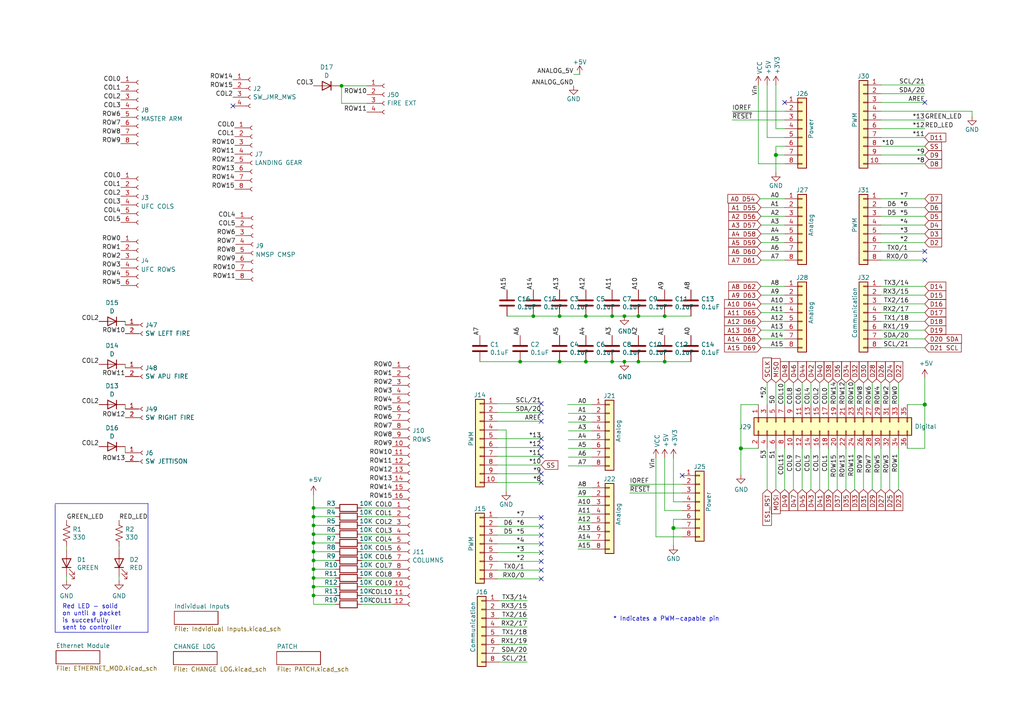
<source format=kicad_sch>
(kicad_sch (version 20231120) (generator "eeschema") (generator_version "8.0")
  (paper "A4")
  (title_block (date "2024-08-18"))
  (junction (at 162.306 91.694))
  (junction (at 214.884 130.048) (diameter 1.016))
  (junction (at 185.166 104.902))
  (junction (at 90.932 147.32))
  (junction (at 225.044 44.958) (diameter 1.016))
  (junction (at 181.102 104.902))
  (junction (at 169.926 91.694))
  (junction (at 90.932 157.48))
  (junction (at 90.932 149.86))
  (junction (at 90.932 172.72))
  (junction (at 90.932 165.1))
  (junction (at 150.876 104.902))
  (junction (at 177.546 104.902))
  (junction (at 90.932 152.4))
  (junction (at 99.06 24.892))
  (junction (at 90.932 167.64))
  (junction (at 181.102 91.694))
  (junction (at 90.932 154.94))
  (junction (at 185.166 91.694))
  (junction (at 169.926 104.902))
  (junction (at 177.546 91.694))
  (junction (at 90.932 160.02))
  (junction (at 192.786 91.694))
  (junction (at 162.306 104.902))
  (junction (at 154.686 91.694))
  (junction (at 90.932 162.56))
  (junction (at 195.326 153.162) (diameter 1.016))
  (junction (at 90.932 170.18))
  (junction (at 192.786 104.902))
  (junction (at 268.224 117.348) (diameter 1.016))
  (no_connect (at 156.972 122.174))
  (no_connect (at 156.972 167.894))
  (no_connect (at 156.972 119.634))
  (no_connect (at 156.972 162.814))
  (no_connect (at 67.564 30.734))
  (no_connect (at 156.972 165.354))
  (no_connect (at 156.972 117.094))
  (no_connect (at 156.972 129.794))
  (no_connect (at 268.224 75.438))
  (no_connect (at 156.972 132.334))
  (no_connect (at 156.972 139.954))
  (no_connect (at 156.972 152.654))
  (no_connect (at 156.972 137.414))
  (no_connect (at 156.972 150.114))
  (no_connect (at 268.224 72.898))
  (no_connect (at 197.866 137.922))
  (no_connect (at 156.972 160.274))
  (no_connect (at 156.972 155.194))
  (no_connect (at 156.972 127.254))
  (no_connect (at 227.584 29.718))
  (no_connect (at 268.224 29.718))
  (no_connect (at 156.972 157.734))
  (wire (pts (xy 99.06 29.972) (xy 99.06 24.892)))
  (wire (pts (xy 255.524 75.438) (xy 268.224 75.438)))
  (wire (pts (xy 104.902 170.18) (xy 113.792 170.18)))
  (wire (pts (xy 220.472 57.658) (xy 227.584 57.658)))
  (polyline (pts (xy 42.926 183.388) (xy 42.926 146.05)))
  (wire (pts (xy 144.272 167.894) (xy 156.972 167.894)))
  (wire (pts (xy 220.726 62.738) (xy 227.584 62.738)))
  (wire (pts (xy 36.322 105.664) (xy 36.322 106.68)))
  (wire (pts (xy 190.246 155.702) (xy 190.246 132.842)))
  (wire (pts (xy 237.744 110.998) (xy 237.744 117.348)))
  (wire (pts (xy 177.546 91.694) (xy 169.926 91.694)))
  (wire (pts (xy 104.902 154.94) (xy 113.792 154.94)))
  (wire (pts (xy 106.426 29.972) (xy 99.06 29.972)))
  (wire (pts (xy 97.282 170.18) (xy 90.932 170.18)))
  (wire (pts (xy 220.726 83.058) (xy 227.584 83.058)))
  (wire (pts (xy 255.524 24.638) (xy 268.224 24.638)))
  (polyline (pts (xy 16.002 146.05) (xy 42.926 146.05)))
  (wire (pts (xy 220.726 100.838) (xy 227.584 100.838)))
  (wire (pts (xy 146.812 124.714) (xy 146.812 142.494)))
  (wire (pts (xy 144.272 160.274) (xy 156.972 160.274)))
  (wire (pts (xy 268.224 117.348) (xy 268.224 130.048)))
  (wire (pts (xy 219.964 117.348) (xy 214.884 117.348)))
  (wire (pts (xy 220.726 90.678) (xy 227.584 90.678)))
  (wire (pts (xy 164.846 130.048) (xy 171.704 130.048)))
  (wire (pts (xy 177.546 104.902) (xy 181.102 104.902)))
  (wire (pts (xy 245.364 110.998) (xy 245.364 117.348)))
  (wire (pts (xy 90.932 170.18) (xy 90.932 172.72)))
  (wire (pts (xy 255.524 88.138) (xy 268.224 88.138)))
  (wire (pts (xy 225.044 42.418) (xy 225.044 44.958)))
  (wire (pts (xy 220.726 75.438) (xy 227.584 75.438)))
  (wire (pts (xy 242.824 130.048) (xy 242.824 141.986)))
  (wire (pts (xy 164.846 135.128) (xy 171.704 135.128)))
  (wire (pts (xy 222.504 130.048) (xy 222.504 141.986)))
  (wire (pts (xy 36.322 129.54) (xy 36.322 131.318)))
  (wire (pts (xy 164.846 122.428) (xy 171.704 122.428)))
  (wire (pts (xy 197.866 155.702) (xy 190.246 155.702)))
  (wire (pts (xy 225.044 110.998) (xy 225.044 117.348)))
  (wire (pts (xy 144.272 132.334) (xy 156.972 132.334)))
  (wire (pts (xy 225.044 44.958) (xy 225.044 50.038)))
  (wire (pts (xy 200.406 104.902) (xy 192.786 104.902)))
  (wire (pts (xy 167.64 154.178) (xy 171.704 154.178)))
  (wire (pts (xy 255.524 130.048) (xy 255.524 141.986)))
  (wire (pts (xy 182.626 140.462) (xy 197.866 140.462)))
  (wire (pts (xy 225.044 37.338) (xy 227.584 37.338)))
  (wire (pts (xy 144.272 137.414) (xy 156.972 137.414)))
  (wire (pts (xy 90.932 167.64) (xy 90.932 170.18)))
  (wire (pts (xy 90.932 147.32) (xy 90.932 149.86)))
  (wire (pts (xy 182.626 143.002) (xy 197.866 143.002)))
  (wire (pts (xy 222.504 39.878) (xy 227.584 39.878)))
  (wire (pts (xy 245.364 130.048) (xy 245.364 141.986)))
  (wire (pts (xy 225.044 130.048) (xy 225.044 141.986)))
  (wire (pts (xy 19.304 158.496) (xy 19.304 159.512)))
  (wire (pts (xy 222.504 24.638) (xy 222.504 39.878)))
  (wire (pts (xy 230.124 130.048) (xy 230.124 141.986)))
  (polyline (pts (xy 16.002 146.304) (xy 16.002 183.388)))
  (wire (pts (xy 252.984 130.048) (xy 252.984 141.986)))
  (wire (pts (xy 220.726 72.898) (xy 227.584 72.898)))
  (wire (pts (xy 144.272 152.654) (xy 156.972 152.654)))
  (wire (pts (xy 169.926 91.694) (xy 162.306 91.694)))
  (wire (pts (xy 255.524 34.798) (xy 268.224 34.798)))
  (wire (pts (xy 220.726 98.298) (xy 227.584 98.298)))
  (wire (pts (xy 225.044 24.638) (xy 225.044 37.338)))
  (wire (pts (xy 220.726 88.138) (xy 227.584 88.138)))
  (wire (pts (xy 255.524 57.658) (xy 268.224 57.658)))
  (wire (pts (xy 255.524 42.418) (xy 268.224 42.418)))
  (wire (pts (xy 255.524 37.338) (xy 268.224 37.338)))
  (wire (pts (xy 227.584 110.998) (xy 227.584 117.348)))
  (wire (pts (xy 255.524 60.198) (xy 268.224 60.198)))
  (wire (pts (xy 144.78 174.244) (xy 152.908 174.244)))
  (wire (pts (xy 167.64 144.018) (xy 171.704 144.018)))
  (wire (pts (xy 192.786 132.842) (xy 192.786 148.082)))
  (wire (pts (xy 195.326 132.842) (xy 195.326 145.542)))
  (wire (pts (xy 255.524 95.758) (xy 268.224 95.758)))
  (wire (pts (xy 195.326 150.622) (xy 195.326 153.162)))
  (wire (pts (xy 97.282 162.56) (xy 90.932 162.56)))
  (wire (pts (xy 97.282 157.48) (xy 90.932 157.48)))
  (wire (pts (xy 144.78 179.324) (xy 152.908 179.324)))
  (wire (pts (xy 164.846 127.508) (xy 171.704 127.508)))
  (wire (pts (xy 181.102 91.694) (xy 185.166 91.694)))
  (wire (pts (xy 167.64 149.098) (xy 171.704 149.098)))
  (wire (pts (xy 144.272 124.714) (xy 146.812 124.714)))
  (wire (pts (xy 214.884 117.348) (xy 214.884 130.048)))
  (wire (pts (xy 97.282 149.86) (xy 90.932 149.86)))
  (wire (pts (xy 219.964 130.048) (xy 214.884 130.048)))
  (wire (pts (xy 232.664 110.998) (xy 232.664 117.348)))
  (wire (pts (xy 255.524 44.958) (xy 268.224 44.958)))
  (wire (pts (xy 144.272 165.354) (xy 156.972 165.354)))
  (wire (pts (xy 220.726 67.818) (xy 227.584 67.818)))
  (wire (pts (xy 144.272 157.734) (xy 156.972 157.734)))
  (wire (pts (xy 235.204 110.998) (xy 235.204 117.348)))
  (wire (pts (xy 232.664 130.048) (xy 232.664 141.986)))
  (wire (pts (xy 250.444 130.048) (xy 250.444 141.986)))
  (wire (pts (xy 104.902 175.26) (xy 113.792 175.26)))
  (wire (pts (xy 104.902 167.64) (xy 113.792 167.64)))
  (wire (pts (xy 255.524 65.278) (xy 268.224 65.278)))
  (wire (pts (xy 177.546 91.694) (xy 181.102 91.694)))
  (wire (pts (xy 242.824 110.998) (xy 242.824 117.348)))
  (wire (pts (xy 237.744 130.048) (xy 237.744 141.986)))
  (wire (pts (xy 90.932 160.02) (xy 90.932 162.56)))
  (wire (pts (xy 144.272 129.794) (xy 156.972 129.794)))
  (wire (pts (xy 220.726 70.358) (xy 227.584 70.358)))
  (wire (pts (xy 195.326 153.162) (xy 195.326 158.242)))
  (wire (pts (xy 212.344 32.258) (xy 227.584 32.258)))
  (wire (pts (xy 104.902 152.4) (xy 113.792 152.4)))
  (wire (pts (xy 36.322 93.218) (xy 36.322 94.234)))
  (wire (pts (xy 144.78 176.784) (xy 152.908 176.784)))
  (wire (pts (xy 90.932 165.1) (xy 90.932 167.64)))
  (wire (pts (xy 197.866 150.622) (xy 195.326 150.622)))
  (wire (pts (xy 177.546 104.902) (xy 169.926 104.902)))
  (wire (pts (xy 104.902 162.56) (xy 113.792 162.56)))
  (wire (pts (xy 167.64 156.718) (xy 171.704 156.718)))
  (wire (pts (xy 255.524 85.598) (xy 268.224 85.598)))
  (wire (pts (xy 268.224 109.728) (xy 268.224 117.348)))
  (wire (pts (xy 34.544 167.132) (xy 34.544 168.402)))
  (wire (pts (xy 97.282 160.02) (xy 90.932 160.02)))
  (wire (pts (xy 90.932 162.56) (xy 90.932 165.1)))
  (wire (pts (xy 185.166 104.902) (xy 192.786 104.902)))
  (wire (pts (xy 281.94 32.258) (xy 281.94 33.782)))
  (wire (pts (xy 144.272 162.814) (xy 156.972 162.814)))
  (wire (pts (xy 255.524 100.838) (xy 268.224 100.838)))
  (wire (pts (xy 167.64 159.258) (xy 171.704 159.258)))
  (wire (pts (xy 144.78 192.024) (xy 152.908 192.024)))
  (wire (pts (xy 97.282 154.94) (xy 90.932 154.94)))
  (wire (pts (xy 255.524 29.718) (xy 268.224 29.718)))
  (wire (pts (xy 167.64 141.478) (xy 171.704 141.478)))
  (wire (pts (xy 263.144 117.348) (xy 268.224 117.348)))
  (wire (pts (xy 97.282 165.1) (xy 90.932 165.1)))
  (wire (pts (xy 260.604 110.998) (xy 260.604 117.348)))
  (wire (pts (xy 255.524 93.218) (xy 268.224 93.218)))
  (wire (pts (xy 220.726 65.278) (xy 227.584 65.278)))
  (wire (pts (xy 34.544 158.496) (xy 34.544 159.512)))
  (wire (pts (xy 144.78 186.944) (xy 152.908 186.944)))
  (wire (pts (xy 220.726 95.758) (xy 227.584 95.758)))
  (wire (pts (xy 167.64 151.638) (xy 171.704 151.638)))
  (wire (pts (xy 212.344 34.798) (xy 227.584 34.798)))
  (wire (pts (xy 104.902 172.72) (xy 113.792 172.72)))
  (wire (pts (xy 255.524 83.058) (xy 268.224 83.058)))
  (wire (pts (xy 169.926 104.902) (xy 162.306 104.902)))
  (wire (pts (xy 227.584 44.958) (xy 225.044 44.958)))
  (wire (pts (xy 258.064 110.998) (xy 258.064 117.348)))
  (wire (pts (xy 104.902 147.32) (xy 113.792 147.32)))
  (wire (pts (xy 144.272 155.194) (xy 156.972 155.194)))
  (wire (pts (xy 139.192 104.902) (xy 150.876 104.902)))
  (wire (pts (xy 195.326 145.542) (xy 197.866 145.542)))
  (wire (pts (xy 250.444 110.998) (xy 250.444 117.348)))
  (polyline (pts (xy 16.002 183.388) (xy 42.926 183.388)))
  (wire (pts (xy 144.272 150.114) (xy 156.972 150.114)))
  (wire (pts (xy 220.726 60.198) (xy 227.584 60.198)))
  (wire (pts (xy 227.584 47.498) (xy 219.964 47.498)))
  (wire (pts (xy 222.504 110.998) (xy 222.504 117.348)))
  (wire (pts (xy 220.726 85.598) (xy 227.584 85.598)))
  (wire (pts (xy 230.124 110.998) (xy 230.124 117.348)))
  (wire (pts (xy 97.282 147.32) (xy 90.932 147.32)))
  (wire (pts (xy 247.904 110.998) (xy 247.904 117.348)))
  (wire (pts (xy 150.876 104.902) (xy 162.306 104.902)))
  (wire (pts (xy 144.272 122.174) (xy 156.972 122.174)))
  (wire (pts (xy 240.284 110.998) (xy 240.284 117.348)))
  (wire (pts (xy 104.902 165.1) (xy 113.792 165.1)))
  (wire (pts (xy 90.932 157.48) (xy 90.932 160.02)))
  (wire (pts (xy 97.282 167.64) (xy 90.932 167.64)))
  (wire (pts (xy 247.904 130.048) (xy 247.904 141.986)))
  (wire (pts (xy 164.846 132.588) (xy 171.704 132.588)))
  (wire (pts (xy 144.78 181.864) (xy 152.908 181.864)))
  (wire (pts (xy 144.272 127.254) (xy 156.972 127.254)))
  (wire (pts (xy 162.306 91.694) (xy 154.686 91.694)))
  (wire (pts (xy 255.524 90.678) (xy 268.224 90.678)))
  (wire (pts (xy 255.524 32.258) (xy 281.94 32.258)))
  (wire (pts (xy 185.166 91.694) (xy 192.786 91.694)))
  (wire (pts (xy 240.284 130.048) (xy 240.284 141.986)))
  (wire (pts (xy 104.902 149.86) (xy 113.792 149.86)))
  (wire (pts (xy 220.726 93.218) (xy 227.584 93.218)))
  (wire (pts (xy 90.932 149.86) (xy 90.932 152.4)))
  (wire (pts (xy 227.584 42.418) (xy 225.044 42.418)))
  (wire (pts (xy 98.552 24.892) (xy 99.06 24.892)))
  (wire (pts (xy 36.322 117.348) (xy 36.322 118.618)))
  (wire (pts (xy 90.932 175.26) (xy 97.282 175.26)))
  (wire (pts (xy 144.78 184.404) (xy 152.908 184.404)))
  (wire (pts (xy 99.06 24.892) (xy 106.426 24.892)))
  (wire (pts (xy 90.932 172.72) (xy 90.932 175.26)))
  (wire (pts (xy 255.524 39.878) (xy 268.224 39.878)))
  (wire (pts (xy 181.102 104.902) (xy 185.166 104.902)))
  (wire (pts (xy 200.406 91.694) (xy 192.786 91.694)))
  (wire (pts (xy 197.866 153.162) (xy 195.326 153.162)))
  (wire (pts (xy 144.272 139.954) (xy 156.972 139.954)))
  (wire (pts (xy 164.846 119.888) (xy 171.704 119.888)))
  (wire (pts (xy 104.902 157.48) (xy 113.792 157.48)))
  (wire (pts (xy 255.524 62.738) (xy 268.224 62.738)))
  (wire (pts (xy 144.78 189.484) (xy 152.908 189.484)))
  (wire (pts (xy 164.592 117.348) (xy 171.704 117.348)))
  (wire (pts (xy 144.272 119.634) (xy 156.972 119.634)))
  (wire (pts (xy 164.846 124.968) (xy 171.704 124.968)))
  (wire (pts (xy 255.524 98.298) (xy 268.224 98.298)))
  (wire (pts (xy 268.224 130.048) (xy 263.144 130.048)))
  (wire (pts (xy 166.37 21.59) (xy 168.148 21.59)))
  (wire (pts (xy 90.932 152.4) (xy 90.932 154.94)))
  (wire (pts (xy 260.604 130.048) (xy 260.604 141.986)))
  (wire (pts (xy 255.524 27.178) (xy 268.224 27.178)))
  (wire (pts (xy 90.932 143.51) (xy 90.932 147.32)))
  (wire (pts (xy 144.272 117.094) (xy 156.972 117.094)))
  (wire (pts (xy 258.064 130.048) (xy 258.064 141.986)))
  (wire (pts (xy 104.902 160.02) (xy 113.792 160.02)))
  (wire (pts (xy 255.524 110.998) (xy 255.524 117.348)))
  (wire (pts (xy 255.524 70.358) (xy 268.224 70.358)))
  (wire (pts (xy 252.984 110.998) (xy 252.984 117.348)))
  (wire (pts (xy 97.282 152.4) (xy 90.932 152.4)))
  (wire (pts (xy 227.584 130.048) (xy 227.584 141.986)))
  (wire (pts (xy 255.524 67.818) (xy 268.224 67.818)))
  (wire (pts (xy 90.932 172.72) (xy 97.282 172.72)))
  (wire (pts (xy 235.204 130.048) (xy 235.204 141.986)))
  (wire (pts (xy 167.64 146.558) (xy 171.704 146.558)))
  (wire (pts (xy 90.932 154.94) (xy 90.932 157.48)))
  (wire (pts (xy 154.686 91.694) (xy 147.066 91.694)))
  (wire (pts (xy 255.524 72.898) (xy 268.224 72.898)))
  (wire (pts (xy 219.964 47.498) (xy 219.964 24.638)))
  (wire (pts (xy 214.884 130.048) (xy 214.884 137.668)))
  (wire (pts (xy 144.272 134.874) (xy 156.972 134.874)))
  (wire (pts (xy 192.786 148.082) (xy 197.866 148.082)))
  (wire (pts (xy 19.304 167.132) (xy 19.304 168.402)))
  (wire (pts (xy 255.524 47.498) (xy 268.224 47.498)))
  (text "Red LED - solid\non until a packet\nis succesfully \nsent to controller" (at 18.034 182.88 0) (effects (font (size 1.27 1.27)) (justify left bottom)))
  (text "* Indicates a PWM-capable pin" (at 177.8 180.34 0) (effects (font (size 1.27 1.27)) (justify left bottom)))
  (label "A10" (at 223.52 88.138 0))
  (label "*6" (at 152.146 152.654 180))
  (label "RX0{slash}0" (at 263.398 75.438 180))
  (label "A15" (at 223.52 100.838 0))
  (label "ROW9" (at 113.792 129.54 180))
  (label "ROW5" (at 113.792 119.38 180))
  (label "D6" (at 146.05 152.654 0))
  (label "ROW4" (at 255.524 117.348 90))
  (label "COL3" (at 237.744 131.826 270))
  (label "ROW4" (at 35.052 80.264 180))
  (label "A2" (at 223.52 62.738 0))
  (label "RX2{slash}17" (at 263.652 90.678 180))
  (label "A6" (at 150.876 97.282 90))
  (label "ANALOG_5V" (at 166.37 21.59 180))
  (label "A10" (at 167.64 146.558 0))
  (label "*4" (at 263.398 65.278 180))
  (label "*8" (at 156.972 139.954 180))
  (label "COL2" (at 237.744 117.348 90))
  (label "ROW15" (at 113.792 144.78 180))
  (label "GREEN_LED" (at 19.304 150.876 0))
  (label "D5" (at 257.302 62.738 0))
  (label "COL7" (at 113.792 165.1 180))
  (label "ROW0" (at 260.604 117.348 90))
  (label "ROW2" (at 258.064 117.348 90))
  (label "A9" (at 167.64 144.018 0))
  (label "ROW8" (at 113.792 127 180))
  (label "COL10" (at 113.792 172.72 180))
  (label "RX3{slash}15" (at 152.908 176.784 180))
  (label "ROW11" (at 106.426 32.512 180))
  (label "SDA{slash}20" (at 263.652 98.298 180))
  (label "ROW10" (at 68.072 42.164 180))
  (label "RX1{slash}19" (at 152.908 186.944 180))
  (label "COL5" (at 113.792 160.02 180))
  (label "ROW15" (at 68.072 54.864 180))
  (label "*2" (at 152.146 162.814 180))
  (label "A15" (at 147.066 84.074 90))
  (label "A9" (at 192.786 84.074 90))
  (label "ROW5" (at 255.524 131.826 270))
  (label "ROW14" (at 242.824 117.348 90))
  (label "*2" (at 263.398 70.358 180))
  (label "Vin" (at 190.246 132.842 270))
  (label "*13" (at 156.972 127.254 180))
  (label "A1" (at 167.64 119.888 0))
  (label "TX1{slash}18" (at 263.652 93.218 180))
  (label "A4" (at 167.64 127.508 0))
  (label "A3" (at 223.52 65.278 0))
  (label "ROW12" (at 36.322 121.158 180))
  (label "ROW7" (at 113.792 124.46 180))
  (label "COL0" (at 240.284 117.348 90))
  (label "ROW9" (at 250.444 131.826 270))
  (label "A2" (at 167.64 122.428 0))
  (label "*5" (at 152.146 155.194 180))
  (label "*13" (at 268.224 34.798 180))
  (label "A2" (at 185.166 97.282 90))
  (label "ROW14" (at 68.072 52.324 180))
  (label "*52" (at 222.504 112.014 270))
  (label "*12" (at 268.224 37.338 180))
  (label "COL5" (at 35.052 64.516 180))
  (label "COL3" (at 90.932 24.892 180))
  (label "*10" (at 156.972 134.874 180))
  (label "ROW12" (at 68.072 47.244 180))
  (label "~{RESET}" (at 212.344 34.798 0))
  (label "COL2" (at 28.702 105.664 180))
  (label "D6" (at 257.302 60.198 0))
  (label "COL6" (at 113.792 162.56 180))
  (label "SDA{slash}20" (at 156.972 119.634 180))
  (label "ROW8" (at 68.326 73.406 180))
  (label "ROW9" (at 68.326 75.946 180))
  (label "ROW10" (at 247.904 117.348 90))
  (label "A5" (at 167.64 130.048 0))
  (label "ROW0" (at 113.792 106.68 180))
  (label "A7" (at 139.192 97.282 90))
  (label "*10" (at 259.334 42.418 180))
  (label "ROW1" (at 260.604 131.572 270))
  (label "A0" (at 167.64 117.348 0))
  (label "ROW7" (at 252.984 131.826 270))
  (label "ROW3" (at 35.052 77.724 180))
  (label "*4" (at 152.146 157.734 180))
  (label "D5" (at 146.05 155.194 0))
  (label "ROW12" (at 113.792 137.16 180))
  (label "*12" (at 156.972 129.794 180))
  (label "ROW4" (at 113.792 116.84 180))
  (label "ROW11" (at 247.904 131.572 270))
  (label "COL7" (at 232.664 131.826 270))
  (label "TX3{slash}14" (at 152.908 174.244 180))
  (label "*9" (at 156.972 137.414 180))
  (label "COL6" (at 232.664 117.348 90))
  (label "A1" (at 192.786 97.282 90))
  (label "A15" (at 167.64 159.258 0))
  (label "A3" (at 177.546 97.282 90))
  (label "ROW15" (at 67.564 25.654 180))
  (label "SCL{slash}21" (at 152.908 192.024 180))
  (label "COL2" (at 67.564 28.194 180))
  (label "ROW13" (at 36.322 133.858 180))
  (label "A13" (at 223.52 95.758 0))
  (label "ROW7" (at 68.326 70.866 180))
  (label "ROW14" (at 67.564 23.114 180))
  (label "ROW13" (at 68.072 49.784 180))
  (label "ROW3" (at 258.064 131.826 270))
  (label "ROW10" (at 106.426 27.432 180))
  (label "COL0" (at 35.052 23.876 180))
  (label "GREEN_LED" (at 268.224 34.798 0))
  (label "COL4" (at 35.052 61.976 180))
  (label "ROW13" (at 245.364 131.826 270))
  (label "A12" (at 167.64 151.638 0))
  (label "51" (at 225.044 133.096 90))
  (label "ROW10" (at 68.326 78.486 180))
  (label "COL2" (at 28.702 129.54 180))
  (label "*7" (at 263.398 57.658 180))
  (label "SDA{slash}20" (at 268.224 27.178 180))
  (label "COL1" (at 35.052 54.356 180))
  (label "*8" (at 268.224 47.498 180))
  (label "ROW6" (at 35.052 34.036 180))
  (label "ROW10" (at 113.792 132.08 180))
  (label "ROW6" (at 252.984 117.348 90))
  (label "COL9" (at 230.124 131.826 270))
  (label "COL4" (at 235.204 117.348 90))
  (label "COL3" (at 35.052 31.496 180))
  (label "A13" (at 162.306 84.074 90))
  (label "RX2{slash}17" (at 152.908 181.864 180))
  (label "ROW5" (at 35.052 82.804 180))
  (label "A9" (at 223.52 85.598 0))
  (label "COL3" (at 35.052 59.436 180))
  (label "SCL{slash}21" (at 156.972 117.094 180))
  (label "COL0" (at 68.072 37.084 180))
  (label "ROW11" (at 68.326 81.026 180))
  (label "RX0{slash}0" (at 152.146 167.894 180))
  (label "COL1" (at 35.052 26.416 180))
  (label "A10" (at 185.166 84.074 90))
  (label "*11" (at 268.224 39.878 180))
  (label "*3" (at 263.398 67.818 180))
  (label "COL1" (at 68.072 39.624 180))
  (label "ROW6" (at 68.326 68.326 180))
  (label "COL0" (at 35.052 51.816 180))
  (label "ROW2" (at 113.792 111.76 180))
  (label "COL11" (at 113.792 175.26 180))
  (label "A6" (at 223.52 72.898 0))
  (label "ROW9" (at 35.052 41.656 180))
  (label "TX1{slash}18" (at 152.908 184.404 180))
  (label "ROW7" (at 35.052 36.576 180))
  (label "A14" (at 154.686 84.074 90))
  (label "COL1" (at 240.284 131.826 270))
  (label "A1" (at 223.52 60.198 0))
  (label "53" (at 222.504 133.096 90))
  (label "RED_LED" (at 268.224 37.338 0))
  (label "SDA{slash}20" (at 152.908 189.484 180))
  (label "TX0{slash}1" (at 263.398 72.898 180))
  (label "A13" (at 167.64 154.178 0))
  (label "RED_LED" (at 34.544 150.876 0))
  (label "ROW2" (at 35.052 75.184 180))
  (label "RX1{slash}19" (at 263.652 95.758 180))
  (label "COL2" (at 35.052 56.896 180))
  (label "A0" (at 200.406 97.282 90))
  (label "IOREF" (at 182.626 140.462 0))
  (label "A12" (at 169.926 84.074 90))
  (label "A0" (at 223.52 57.658 0))
  (label "AREF" (at 268.224 29.718 180))
  (label "COL9" (at 113.792 170.18 180))
  (label "A14" (at 223.52 98.298 0))
  (label "COL5" (at 68.326 65.786 180))
  (label "A8" (at 223.52 83.058 0))
  (label "A7" (at 167.64 135.128 0))
  (label "ROW11" (at 113.792 134.62 180))
  (label "ROW12" (at 245.364 117.348 90))
  (label "Vin" (at 219.964 24.638 270))
  (label "COL2" (at 28.702 117.348 180))
  (label "A11" (at 177.546 84.074 90))
  (label "A6" (at 167.64 132.588 0))
  (label "ROW3" (at 113.792 114.3 180))
  (label "*6" (at 263.398 60.198 180))
  (label "ROW6" (at 113.792 121.92 180))
  (label "ROW15" (at 242.824 131.826 270))
  (label "SCL{slash}21" (at 268.224 24.638 180))
  (label "COL8" (at 230.124 117.348 90))
  (label "*9" (at 268.224 44.958 180))
  (label "~{RESET}" (at 182.626 143.002 0))
  (label "ROW1" (at 113.792 109.22 180))
  (label "ROW8" (at 250.444 117.348 90))
  (label "50" (at 225.044 114.554 270))
  (label "TX2{slash}16" (at 263.652 88.138 180))
  (label "COL2" (at 28.702 93.218 180))
  (label "COL0" (at 113.792 147.32 180))
  (label "COL4" (at 113.792 157.48 180))
  (label "ROW13" (at 113.792 139.7 180))
  (label "TX0{slash}1" (at 152.146 165.354 180))
  (label "COL10" (at 227.584 117.348 90))
  (label "COL2" (at 35.052 28.956 180))
  (label "COL1" (at 113.792 149.86 180))
  (label "A8" (at 200.406 84.074 90))
  (label "COL11" (at 227.584 131.572 270))
  (label "*5" (at 263.398 62.738 180))
  (label "*11" (at 156.972 132.334 180))
  (label "ROW14" (at 113.792 142.24 180))
  (label "AREF" (at 156.972 122.174 180))
  (label "COL5" (at 235.204 131.826 270))
  (label "IOREF" (at 212.344 32.258 0))
  (label "TX2{slash}16" (at 152.908 179.324 180))
  (label "*7" (at 152.146 150.114 180))
  (label "A7" (at 223.52 75.438 0))
  (label "A3" (at 167.64 124.968 0))
  (label "A11" (at 223.52 90.678 0))
  (label "A4" (at 223.52 67.818 0))
  (label "ROW1" (at 35.052 72.644 180))
  (label "ROW0" (at 35.052 70.104 180))
  (label "COL2" (at 113.792 152.4 180))
  (label "A5" (at 162.306 97.282 90))
  (label "A5" (at 223.52 70.358 0))
  (label "RX3{slash}15" (at 263.652 85.598 180))
  (label "ANALOG_GND" (at 166.37 24.892 180))
  (label "COL3" (at 113.792 154.94 180))
  (label "TX3{slash}14" (at 263.652 83.058 180))
  (label "ROW11" (at 36.322 109.22 180))
  (label "A11" (at 167.64 149.098 0))
  (label "A8" (at 167.64 141.478 0))
  (label "A4" (at 169.926 97.282 90))
  (label "*3" (at 152.146 160.274 180))
  (label "COL8" (at 113.792 167.64 180))
  (label "ROW8" (at 35.052 39.116 180))
  (label "ROW10" (at 36.322 96.774 180))
  (label "A12" (at 223.52 93.218 0))
  (label "A14" (at 167.64 156.718 0))
  (label "SCL{slash}21" (at 263.652 100.838 180))
  (label "COL4" (at 68.326 63.246 180))
  (label "ROW11" (at 68.072 44.704 180))
  (global_label "D17" (shape input) (at 268.224 90.678 0) (property "Intersheetrefs" "${INTERSHEET_REFS}" (effects (hide yes))))
  (global_label "D41" (shape input) (at 237.744 141.986 270) (property "Intersheetrefs" "${INTERSHEET_REFS}" (effects (hide yes))))
  (global_label "D6" (shape input) (at 268.224 60.198 0) (property "Intersheetrefs" "${INTERSHEET_REFS}" (effects (hide yes))))
  (global_label "D11" (shape input) (at 268.224 39.878 0) (property "Intersheetrefs" "${INTERSHEET_REFS}" (effects (hide yes))))
  (global_label "D34" (shape input) (at 245.364 110.998 90) (property "Intersheetrefs" "${INTERSHEET_REFS}" (effects (hide yes))))
  (global_label "D29" (shape input) (at 252.984 141.986 270) (property "Intersheetrefs" "${INTERSHEET_REFS}" (effects (hide yes))))
  (global_label "D9" (shape input) (at 268.224 44.958 0) (property "Intersheetrefs" "${INTERSHEET_REFS}" (effects (hide yes))))
  (global_label "D42" (shape input) (at 235.204 110.998 90) (property "Intersheetrefs" "${INTERSHEET_REFS}" (effects (hide yes))))
  (global_label "A10 D64" (shape input) (at 220.726 88.138 180) (property "Intersheetrefs" "${INTERSHEET_REFS}" (effects (hide yes))))
  (global_label "D46" (shape input) (at 230.124 110.998 90) (property "Intersheetrefs" "${INTERSHEET_REFS}" (effects (hide yes))))
  (global_label "D32" (shape input) (at 247.904 110.998 90) (property "Intersheetrefs" "${INTERSHEET_REFS}" (effects (hide yes))))
  (global_label "D2" (shape input) (at 268.224 70.358 0) (property "Intersheetrefs" "${INTERSHEET_REFS}" (effects (hide yes))))
  (global_label "D45" (shape input) (at 232.664 141.986 270) (property "Intersheetrefs" "${INTERSHEET_REFS}" (effects (hide yes))))
  (global_label "D19" (shape input) (at 268.224 95.758 0) (property "Intersheetrefs" "${INTERSHEET_REFS}" (effects (hide yes))))
  (global_label "D4" (shape input) (at 268.224 65.278 0) (property "Intersheetrefs" "${INTERSHEET_REFS}" (effects (hide yes))))
  (global_label "D27" (shape input) (at 255.524 141.986 270) (property "Intersheetrefs" "${INTERSHEET_REFS}" (effects (hide yes))))
  (global_label "SS" (shape input) (at 156.972 134.874 0) (property "Intersheetrefs" "${INTERSHEET_REFS}" (effects (hide yes))))
  (global_label "D8" (shape input) (at 268.224 47.498 0) (property "Intersheetrefs" "${INTERSHEET_REFS}" (effects (hide yes))))
  (global_label "SS" (shape input) (at 268.224 42.418 0) (property "Intersheetrefs" "${INTERSHEET_REFS}" (effects (hide yes))))
  (global_label "D24" (shape input) (at 258.064 110.998 90) (property "Intersheetrefs" "${INTERSHEET_REFS}" (effects (hide yes))))
  (global_label "D39" (shape input) (at 240.284 141.986 270) (property "Intersheetrefs" "${INTERSHEET_REFS}" (effects (hide yes))))
  (global_label "A9 D63" (shape input) (at 220.726 85.598 180) (property "Intersheetrefs" "${INTERSHEET_REFS}" (effects (hide yes))))
  (global_label "A8 D62" (shape input) (at 220.726 83.058 180) (property "Intersheetrefs" "${INTERSHEET_REFS}" (effects (hide yes))))
  (global_label "ES1_RST" (shape input) (at 222.504 141.986 270) (property "Intersheetrefs" "${INTERSHEET_REFS}" (effects (hide yes))))
  (global_label "D28" (shape input) (at 252.984 110.998 90) (property "Intersheetrefs" "${INTERSHEET_REFS}" (effects (hide yes))))
  (global_label "MISO" (shape input) (at 225.044 110.998 90) (property "Intersheetrefs" "${INTERSHEET_REFS}" (effects (hide yes))))
  (global_label "D20 SDA" (shape input) (at 268.224 98.298 0) (property "Intersheetrefs" "${INTERSHEET_REFS}" (effects (hide yes))))
  (global_label "D21 SCL" (shape input) (at 268.224 100.838 0) (property "Intersheetrefs" "${INTERSHEET_REFS}" (effects (hide yes))))
  (global_label "MOSI" (shape input) (at 225.044 141.986 270) (property "Intersheetrefs" "${INTERSHEET_REFS}" (effects (hide yes))))
  (global_label "A6 D60" (shape input) (at 220.726 72.898 180) (property "Intersheetrefs" "${INTERSHEET_REFS}" (effects (hide yes))))
  (global_label "D35" (shape input) (at 245.364 141.986 270) (property "Intersheetrefs" "${INTERSHEET_REFS}" (effects (hide yes))))
  (global_label "D22" (shape input) (at 260.604 110.998 90) (property "Intersheetrefs" "${INTERSHEET_REFS}" (effects (hide yes))))
  (global_label "A3 D57" (shape input) (at 220.726 65.278 180) (property "Intersheetrefs" "${INTERSHEET_REFS}" (effects (hide yes))))
  (global_label "A2 D56" (shape input) (at 220.726 62.738 180) (property "Intersheetrefs" "${INTERSHEET_REFS}" (effects (hide yes))))
  (global_label "A11 D65" (shape input) (at 220.726 90.678 180) (property "Intersheetrefs" "${INTERSHEET_REFS}" (effects (hide yes))))
  (global_label "SCLK" (shape input) (at 222.504 110.998 90) (property "Intersheetrefs" "${INTERSHEET_REFS}" (effects (hide yes))))
  (global_label "D25" (shape input) (at 258.064 141.986 270) (property "Intersheetrefs" "${INTERSHEET_REFS}" (effects (hide yes))))
  (global_label "A14 D68" (shape input) (at 220.726 98.298 180) (property "Intersheetrefs" "${INTERSHEET_REFS}" (effects (hide yes))))
  (global_label "D43" (shape input) (at 235.204 141.986 270) (property "Intersheetrefs" "${INTERSHEET_REFS}" (effects (hide yes))))
  (global_label "A12 D66" (shape input) (at 220.726 93.218 180) (property "Intersheetrefs" "${INTERSHEET_REFS}" (effects (hide yes))))
  (global_label "A5 D59" (shape input) (at 220.726 70.358 180) (property "Intersheetrefs" "${INTERSHEET_REFS}" (effects (hide yes))))
  (global_label "D47" (shape input) (at 230.124 141.986 270) (property "Intersheetrefs" "${INTERSHEET_REFS}" (effects (hide yes))))
  (global_label "D44" (shape input) (at 232.664 110.998 90) (property "Intersheetrefs" "${INTERSHEET_REFS}" (effects (hide yes))))
  (global_label "D5" (shape input) (at 268.224 62.738 0) (property "Intersheetrefs" "${INTERSHEET_REFS}" (effects (hide yes))))
  (global_label "D30" (shape input) (at 250.444 110.998 90) (property "Intersheetrefs" "${INTERSHEET_REFS}" (effects (hide yes))))
  (global_label "D36" (shape input) (at 242.824 110.998 90) (property "Intersheetrefs" "${INTERSHEET_REFS}" (effects (hide yes))))
  (global_label "D33" (shape input) (at 247.904 141.986 270) (property "Intersheetrefs" "${INTERSHEET_REFS}" (effects (hide yes))))
  (global_label "A15 D69" (shape input) (at 220.726 100.838 180) (property "Intersheetrefs" "${INTERSHEET_REFS}" (effects (hide yes))))
  (global_label "D40" (shape input) (at 237.744 110.998 90) (property "Intersheetrefs" "${INTERSHEET_REFS}" (effects (hide yes))))
  (global_label "D48" (shape input) (at 227.584 110.998 90) (property "Intersheetrefs" "${INTERSHEET_REFS}" (effects (hide yes))))
  (global_label "D7" (shape input) (at 268.224 57.658 0) (property "Intersheetrefs" "${INTERSHEET_REFS}" (effects (hide yes))))
  (global_label "D37" (shape input) (at 242.824 141.986 270) (property "Intersheetrefs" "${INTERSHEET_REFS}" (effects (hide yes))))
  (global_label "A1 D55" (shape input) (at 220.726 60.198 180) (property "Intersheetrefs" "${INTERSHEET_REFS}" (effects (hide yes))))
  (global_label "A13 D67" (shape input) (at 220.726 95.758 180) (property "Intersheetrefs" "${INTERSHEET_REFS}" (effects (hide yes))))
  (global_label "D26" (shape input) (at 255.524 110.998 90) (property "Intersheetrefs" "${INTERSHEET_REFS}" (effects (hide yes))))
  (global_label "D23" (shape input) (at 260.604 141.986 270) (property "Intersheetrefs" "${INTERSHEET_REFS}" (effects (hide yes))))
  (global_label "D31" (shape input) (at 250.444 141.986 270) (property "Intersheetrefs" "${INTERSHEET_REFS}" (effects (hide yes))))
  (global_label "D14" (shape input) (at 268.224 83.058 0) (property "Intersheetrefs" "${INTERSHEET_REFS}" (effects (hide yes))))
  (global_label "A0 D54" (shape input) (at 220.472 57.658 180) (property "Intersheetrefs" "${INTERSHEET_REFS}" (effects (hide yes))))
  (global_label "D18" (shape input) (at 268.224 93.218 0) (property "Intersheetrefs" "${INTERSHEET_REFS}" (effects (hide yes))))
  (global_label "D15" (shape input) (at 268.224 85.598 0) (property "Intersheetrefs" "${INTERSHEET_REFS}" (effects (hide yes))))
  (global_label "A4 D58" (shape input) (at 220.726 67.818 180) (property "Intersheetrefs" "${INTERSHEET_REFS}" (effects (hide yes))))
  (global_label "D3" (shape input) (at 268.224 67.818 0) (property "Intersheetrefs" "${INTERSHEET_REFS}" (effects (hide yes))))
  (global_label "D16" (shape input) (at 268.224 88.138 0) (property "Intersheetrefs" "${INTERSHEET_REFS}" (effects (hide yes))))
  (global_label "A7 D61" (shape input) (at 220.726 75.438 180) (property "Intersheetrefs" "${INTERSHEET_REFS}" (effects (hide yes))))
  (global_label "D38" (shape input) (at 240.284 110.998 90) (property "Intersheetrefs" "${INTERSHEET_REFS}" (effects (hide yes))))
  (global_label "D49" (shape input) (at 227.584 141.986 270) (property "Intersheetrefs" "${INTERSHEET_REFS}" (effects (hide yes))))
  (symbol (lib_id "Connector_Generic:Conn_01x08") (at 232.664 37.338 0) (unit 1)
    (property "Reference" "J26" (at 232.664 27.178 0))
    (property "Value" "Power" (at 235.204 37.338 90))
    (property "Footprint" "Connector_PinSocket_2.54mm:PinSocket_1x08_P2.54mm_Vertical" (effects (hide yes)))
  )
  (symbol (lib_id "power:+3V3") (at 225.044 24.638 0) (unit 1)
    (property "Reference" "#PWR016" (effects (hide yes)))
    (property "Value" "+3V3" (at 225.425 21.59 90) (effects (justify left)))
  )
  (symbol (lib_id "power:+5V") (at 222.504 24.638 0) (unit 1)
    (property "Reference" "#PWR015" (effects (hide yes)))
    (property "Value" "+5V" (at 222.8596 21.59 90) (effects (justify left)))
  )
  (symbol (lib_id "power:GND") (at 225.044 50.038 0) (unit 1)
    (property "Reference" "#PWR017" (effects (hide yes)))
    (property "Value" "GND" (at 225.044 53.848 0))
  )
  (symbol (lib_id "Connector_Generic:Conn_01x10") (at 250.444 34.798 0) (mirror y) (unit 1)
    (property "Reference" "J30" (at 250.444 22.098 0))
    (property "Value" "PWM" (at 247.904 34.798 90))
    (property "Footprint" "Connector_PinSocket_2.54mm:PinSocket_1x10_P2.54mm_Vertical" (effects (hide yes)))
  )
  (symbol (lib_id "power:GND") (at 281.94 33.782 0) (unit 1)
    (property "Reference" "#PWR018" (effects (hide yes)))
    (property "Value" "GND" (at 281.94 37.592 0))
  )
  (symbol (lib_id "Connector_Generic:Conn_01x08") (at 232.664 65.278 0) (unit 1)
    (property "Reference" "J27" (at 232.664 55.118 0))
    (property "Value" "Analog" (at 235.204 65.278 90))
    (property "Footprint" "Connector_PinSocket_2.54mm:PinSocket_1x08_P2.54mm_Vertical" (effects (hide yes)))
  )
  (symbol (lib_id "Connector_Generic:Conn_01x08") (at 250.444 65.278 0) (mirror y) (unit 1)
    (property "Reference" "J31" (at 250.444 55.118 0))
    (property "Value" "PWM" (at 247.904 65.278 90))
    (property "Footprint" "Connector_PinSocket_2.54mm:PinSocket_1x08_P2.54mm_Vertical" (effects (hide yes)))
  )
  (symbol (lib_id "Connector_Generic:Conn_01x08") (at 232.664 90.678 0) (unit 1)
    (property "Reference" "J28" (at 232.664 80.518 0))
    (property "Value" "Analog" (at 235.204 90.678 90))
    (property "Footprint" "Connector_PinSocket_2.54mm:PinSocket_1x08_P2.54mm_Vertical" (effects (hide yes)))
  )
  (symbol (lib_id "Connector_Generic:Conn_01x08") (at 250.444 90.678 0) (mirror y) (unit 1)
    (property "Reference" "J32" (at 250.444 80.518 0))
    (property "Value" "Communication" (at 247.904 90.678 90))
    (property "Footprint" "Connector_PinSocket_2.54mm:PinSocket_1x08_P2.54mm_Vertical" (effects (hide yes)))
  )
  (symbol (lib_id "Connector_Generic:Conn_02x18_Odd_Even") (at 240.284 122.428 90) (mirror x) (unit 1)
    (property "Reference" "J29" (at 217.9319 123.8186 90) (effects (justify left)))
    (property "Value" "Digital" (at 268.478 123.698 90))
    (property "Footprint" "Connector_PinSocket_2.54mm:PinSocket_2x18_P2.54mm_Vertical" (effects (hide yes)))
  )
  (symbol (lib_id "power:GND") (at 214.884 137.668 0) (unit 1)
    (property "Reference" "#PWR013" (effects (hide yes)))
    (property "Value" "GND" (at 214.9983 141.9924 0))
  )
  (symbol (lib_id "power:+5V") (at 268.224 109.728 0) (unit 1)
    (property "Reference" "#PWR019" (effects (hide yes)))
    (property "Value" "+5V" (at 268.5923 105.4036 0))
  )
  (symbol (lib_id "Connector:Conn_01x16_Female") (at 118.872 124.46 0) (unit 1)
    (property "Reference" "J10" (at 119.5832 124.8953 0) (effects (justify left)))
    (property "Value" "ROWS" (at 119.5832 127.4322 0) (effects (justify left)))
    (property "Footprint" "Connector_PinHeader_2.54mm:PinHeader_1x16_P2.54mm_Vertical" (effects (hide yes)))
  )
  (symbol (lib_id "Device:R") (at 101.092 162.56 90) (unit 1)
    (property "Reference" "R9" (at 96.012 161.29 90))
    (property "Value" "10K" (at 106.172 161.29 90))
    (property "Footprint" "Resistor_THT:R_Axial_DIN0204_L3.6mm_D1.6mm_P2.54mm_Vertical" (effects (hide yes)))
  )
  (symbol (lib_id "Device:R_US") (at 34.544 154.686 0) (unit 1)
    (property "Reference" "R2" (at 36.2712 153.5176 0) (effects (justify left)))
    (property "Value" "330" (at 36.2712 155.829 0) (effects (justify left)))
    (property "Footprint" "Resistor_THT:R_Axial_DIN0204_L3.6mm_D1.6mm_P2.54mm_Vertical" (effects (hide yes)))
  )
  (symbol (lib_id "Connector:Conn_01x02_Socket") (at 41.402 118.618 0) (unit 1)
    (property "Reference" "J49" (at 42.1132 118.6758 0) (effects (justify left)))
    (property "Value" "SW RIGHT FIRE" (at 42.1132 121.1001 0) (effects (justify left)))
    (property "Footprint" "Connector_Molex:Molex_KK-254_AE-6410-02A_1x02_P2.54mm_Vertical" (effects (hide yes)))
    (property "Description" "Generic connector, single row, 01x02, script generated" (effects (hide yes)))
  )
  (symbol (lib_id "Device:D") (at 94.742 24.892 0) (mirror y) (unit 1)
    (property "Reference" "D17" (at 94.742 19.4775 0))
    (property "Value" "D" (at 94.742 21.9018 0))
    (property "Footprint" "Diode_THT:D_A-405_P7.62mm_Horizontal" (effects (hide yes)))
    (property "Description" "Diode" (effects (hide yes)))
    (property "Sim.Device" "D" (effects (hide yes)))
    (property "Sim.Pins" "1=K 2=A" (effects (hide yes)))
  )
  (symbol (lib_id "Connector_Generic:Conn_01x08") (at 202.946 145.542 0) (unit 1)
    (property "Reference" "J25" (at 202.946 135.382 0))
    (property "Value" "Power" (at 205.486 145.542 90))
    (property "Footprint" "Connector_PinSocket_2.54mm:PinSocket_1x08_P2.54mm_Vertical" (effects (hide yes)))
  )
  (symbol (lib_id "power:+5V") (at 192.786 132.842 0) (unit 1)
    (property "Reference" "#PWR010" (effects (hide yes)))
    (property "Value" "+5V" (at 193.1416 129.794 90) (effects (justify left)))
  )
  (symbol (lib_id "power:GND") (at 146.812 142.494 0) (unit 1)
    (property "Reference" "#PWR04" (effects (hide yes)))
    (property "Value" "GND" (at 146.812 146.304 0))
  )
  (symbol (lib_id "Device:R_US") (at 19.304 154.686 0) (unit 1)
    (property "Reference" "R1" (at 21.0312 153.5176 0) (effects (justify left)))
    (property "Value" "330" (at 21.0312 155.829 0) (effects (justify left)))
    (property "Footprint" "Resistor_THT:R_Axial_DIN0204_L3.6mm_D1.6mm_P2.54mm_Vertical" (effects (hide yes)))
  )
  (symbol (lib_id "Device:R") (at 101.092 170.18 90) (unit 1)
    (property "Reference" "R12" (at 96.012 168.91 90))
    (property "Value" "10K" (at 106.172 168.91 90))
    (property "Footprint" "Resistor_THT:R_Axial_DIN0204_L3.6mm_D1.6mm_P2.54mm_Vertical" (effects (hide yes)))
  )
  (symbol (lib_id "Connector:Conn_01x08_Female") (at 73.406 70.866 0) (unit 1)
    (property "Reference" "J9" (at 74.1172 71.3013 0) (effects (justify left)))
    (property "Value" "NMSP CMSP" (at 74.1172 73.8382 0) (effects (justify left)))
    (property "Footprint" "Connector_Molex:Molex_KK-254_AE-6410-08A_1x08_P2.54mm_Vertical" (effects (hide yes)))
  )
  (symbol (lib_id "Device:R") (at 101.092 160.02 90) (unit 1)
    (property "Reference" "R8" (at 96.012 158.75 90))
    (property "Value" "10K" (at 106.172 158.75 90))
    (property "Footprint" "Resistor_THT:R_Axial_DIN0204_L3.6mm_D1.6mm_P2.54mm_Vertical" (effects (hide yes)))
  )
  (symbol (lib_id "Connector_Generic:Conn_01x08") (at 139.7 181.864 0) (mirror y) (unit 1)
    (property "Reference" "J16" (at 139.7 171.704 0))
    (property "Value" "Communication" (at 137.16 181.864 90))
    (property "Footprint" "Connector_PinSocket_2.54mm:PinSocket_1x08_P2.54mm_Vertical" (effects (hide yes)))
  )
  (symbol (lib_id "Device:D") (at 32.512 129.54 0) (mirror y) (unit 1)
    (property "Reference" "D16" (at 32.512 124.1255 0))
    (property "Value" "D" (at 32.512 126.5498 0))
    (property "Footprint" "Diode_THT:D_A-405_P7.62mm_Horizontal" (effects (hide yes)))
    (property "Description" "Diode" (effects (hide yes)))
    (property "Sim.Device" "D" (effects (hide yes)))
    (property "Sim.Pins" "1=K 2=A" (effects (hide yes)))
  )
  (symbol (lib_id "Connector:Conn_01x04_Socket") (at 72.644 25.654 0) (unit 1) (in_bom no) (on_board no)
    (property "Reference" "J2" (at 73.3552 25.7118 0) (effects (justify left)))
    (property "Value" "SW_JMR_MWS" (at 73.3552 28.1361 0) (effects (justify left)))
    (property "Footprint" "Connector_Molex:Molex_KK-254_AE-6410-04A_1x04_P2.54mm_Vertical" (effects (hide yes)))
    (property "Description" "Generic connector, single row, 01x04, script generated" (effects (hide yes)))
  )
  (symbol (lib_id "Device:C") (at 185.166 87.884 0) (unit 1)
    (property "Reference" "C9" (at 188.087 86.7156 0) (effects (justify left)))
    (property "Value" "0.1uF" (at 188.087 89.027 0) (effects (justify left)))
    (property "Footprint" "Capacitor_THT:C_Disc_D6.0mm_W2.5mm_P5.00mm" (effects (hide yes)))
  )
  (symbol (lib_id "Device:R") (at 101.092 175.26 90) (unit 1)
    (property "Reference" "R19" (at 96.012 173.99 90))
    (property "Value" "10K" (at 106.172 173.99 90))
    (property "Footprint" "Resistor_THT:R_Axial_DIN0204_L3.6mm_D1.6mm_P2.54mm_Vertical" (effects (hide yes)))
  )
  (symbol (lib_id "Device:C") (at 192.786 101.092 0) (unit 1)
    (property "Reference" "C12" (at 195.707 99.9236 0) (effects (justify left)))
    (property "Value" "0.1uF" (at 195.707 102.235 0) (effects (justify left)))
    (property "Footprint" "Capacitor_THT:C_Disc_D6.0mm_W2.5mm_P5.00mm" (effects (hide yes)))
  )
  (symbol (lib_id "Connector:Conn_01x06_Female") (at 40.132 75.184 0) (unit 1)
    (property "Reference" "J4" (at 40.8432 75.6193 0) (effects (justify left)))
    (property "Value" "UFC ROWS" (at 40.8432 78.1562 0) (effects (justify left)))
    (property "Footprint" "Connector_Molex:Molex_KK-254_AE-6410-06A_1x06_P2.54mm_Vertical" (effects (hide yes)))
  )
  (symbol (lib_id "Device:R") (at 101.092 147.32 90) (unit 1)
    (property "Reference" "R3" (at 96.012 146.05 90))
    (property "Value" "10K" (at 106.172 146.05 90))
    (property "Footprint" "Resistor_THT:R_Axial_DIN0204_L3.6mm_D1.6mm_P2.54mm_Vertical" (effects (hide yes)))
  )
  (symbol (lib_id "power:VCC") (at 219.964 24.638 0) (unit 1)
    (property "Reference" "#PWR014" (effects (hide yes)))
    (property "Value" "VCC" (at 220.345 21.59 90) (effects (justify left)))
  )
  (symbol (lib_id "Device:C") (at 162.306 101.092 0) (unit 1)
    (property "Reference" "C4" (at 165.227 99.9236 0) (effects (justify left)))
    (property "Value" "0.1uF" (at 165.227 102.235 0) (effects (justify left)))
    (property "Footprint" "Capacitor_THT:C_Disc_D6.0mm_W2.5mm_P5.00mm" (effects (hide yes)))
  )
  (symbol (lib_id "power:+5V") (at 90.932 143.51 0) (unit 1)
    (property "Reference" "#PWR03" (effects (hide yes)))
    (property "Value" "+5V" (at 91.313 139.1158 0))
  )
  (symbol (lib_id "Device:C") (at 177.546 101.092 0) (unit 1)
    (property "Reference" "C8" (at 180.467 99.9236 0) (effects (justify left)))
    (property "Value" "0.1uF" (at 180.467 102.235 0) (effects (justify left)))
    (property "Footprint" "Capacitor_THT:C_Disc_D6.0mm_W2.5mm_P5.00mm" (effects (hide yes)))
  )
  (symbol (lib_id "Device:C") (at 147.066 87.884 0) (unit 1)
    (property "Reference" "C16" (at 149.987 86.7156 0) (effects (justify left)))
    (property "Value" "0.1uF" (at 149.987 89.027 0) (effects (justify left)))
    (property "Footprint" "Capacitor_THT:C_Disc_D6.0mm_W2.5mm_P5.00mm" (effects (hide yes)))
  )
  (symbol (lib_id "power:+3V3") (at 195.326 132.842 0) (unit 1)
    (property "Reference" "#PWR011" (effects (hide yes)))
    (property "Value" "+3V3" (at 195.707 129.794 90) (effects (justify left)))
  )
  (symbol (lib_id "Connector_Generic:Conn_01x08") (at 176.784 149.098 0) (unit 1)
    (property "Reference" "J22" (at 176.784 138.938 0))
    (property "Value" "Analog" (at 179.324 149.098 90))
    (property "Footprint" "Connector_PinSocket_2.54mm:PinSocket_1x08_P2.54mm_Vertical" (effects (hide yes)))
  )
  (symbol (lib_id "Device:C") (at 185.166 101.092 0) (unit 1)
    (property "Reference" "C10" (at 188.087 99.9236 0) (effects (justify left)))
    (property "Value" "0.1uF" (at 188.087 102.235 0) (effects (justify left)))
    (property "Footprint" "Capacitor_THT:C_Disc_D6.0mm_W2.5mm_P5.00mm" (effects (hide yes)))
  )
  (symbol (lib_id "power:GND") (at 195.326 158.242 0) (unit 1)
    (property "Reference" "#PWR012" (effects (hide yes)))
    (property "Value" "GND" (at 195.326 162.052 0))
  )
  (symbol (lib_id "Device:C") (at 192.786 87.884 0) (unit 1)
    (property "Reference" "C11" (at 195.707 86.7156 0) (effects (justify left)))
    (property "Value" "0.1uF" (at 195.707 89.027 0) (effects (justify left)))
    (property "Footprint" "Capacitor_THT:C_Disc_D6.0mm_W2.5mm_P5.00mm" (effects (hide yes)))
  )
  (symbol (lib_id "power:GND") (at 166.37 24.892 0) (unit 1)
    (property "Reference" "#PWR05" (effects (hide yes)))
    (property "Value" "GND" (at 166.37 28.702 0))
  )
  (symbol (lib_id "Device:C") (at 169.926 87.884 0) (unit 1)
    (property "Reference" "C5" (at 172.847 86.7156 0) (effects (justify left)))
    (property "Value" "0.1uF" (at 172.847 89.027 0) (effects (justify left)))
    (property "Footprint" "Capacitor_THT:C_Disc_D6.0mm_W2.5mm_P5.00mm" (effects (hide yes)))
  )
  (symbol (lib_id "Device:R") (at 101.092 154.94 90) (unit 1)
    (property "Reference" "R6" (at 96.012 153.67 90))
    (property "Value" "10K" (at 106.172 153.67 90))
    (property "Footprint" "Resistor_THT:R_Axial_DIN0204_L3.6mm_D1.6mm_P2.54mm_Vertical" (effects (hide yes)))
  )
  (symbol (lib_id "Device:D") (at 32.512 117.348 0) (mirror y) (unit 1)
    (property "Reference" "D13" (at 32.512 111.9335 0))
    (property "Value" "D" (at 32.512 114.3578 0))
    (property "Footprint" "Diode_THT:D_A-405_P7.62mm_Horizontal" (effects (hide yes)))
    (property "Description" "Diode" (effects (hide yes)))
    (property "Sim.Device" "D" (effects (hide yes)))
    (property "Sim.Pins" "1=K 2=A" (effects (hide yes)))
  )
  (symbol (lib_id "Device:C") (at 200.406 101.092 0) (unit 1)
    (property "Reference" "C14" (at 203.327 99.9236 0) (effects (justify left)))
    (property "Value" "0.1uF" (at 203.327 102.235 0) (effects (justify left)))
    (property "Footprint" "Capacitor_THT:C_Disc_D6.0mm_W2.5mm_P5.00mm" (effects (hide yes)))
  )
  (symbol (lib_id "Connector:Conn_01x08_Socket") (at 73.152 44.704 0) (unit 1)
    (property "Reference" "J7" (at 73.8632 44.7619 0) (effects (justify left)))
    (property "Value" "LANDING GEAR" (at 73.8632 47.1861 0) (effects (justify left)))
    (property "Footprint" "Connector_Molex:Molex_KK-254_AE-6410-08A_1x08_P2.54mm_Vertical" (effects (hide yes)))
  )
  (symbol (lib_id "Device:R") (at 101.092 167.64 90) (unit 1)
    (property "Reference" "R11" (at 96.012 166.37 90))
    (property "Value" "10K" (at 106.172 166.37 90))
    (property "Footprint" "Resistor_THT:R_Axial_DIN0204_L3.6mm_D1.6mm_P2.54mm_Vertical" (effects (hide yes)))
  )
  (symbol (lib_id "Device:D") (at 32.512 105.664 0) (mirror y) (unit 1)
    (property "Reference" "D14" (at 32.512 100.2495 0))
    (property "Value" "D" (at 32.512 102.6738 0))
    (property "Footprint" "Diode_THT:D_A-405_P7.62mm_Horizontal" (effects (hide yes)))
    (property "Description" "Diode" (effects (hide yes)))
    (property "Sim.Device" "D" (effects (hide yes)))
    (property "Sim.Pins" "1=K 2=A" (effects (hide yes)))
  )
  (symbol (lib_id "Connector:Conn_01x02_Socket") (at 41.402 94.234 0) (unit 1)
    (property "Reference" "J47" (at 42.1132 94.2918 0) (effects (justify left)))
    (property "Value" "SW LEFT FIRE" (at 42.1132 96.7161 0) (effects (justify left)))
    (property "Footprint" "Connector_Molex:Molex_KK-254_AE-6410-02A_1x02_P2.54mm_Vertical" (effects (hide yes)))
    (property "Description" "Generic connector, single row, 01x02, script generated" (effects (hide yes)))
  )
  (symbol (lib_id "Device:C") (at 169.926 101.092 0) (unit 1)
    (property "Reference" "C6" (at 172.847 99.9236 0) (effects (justify left)))
    (property "Value" "0.1uF" (at 172.847 102.235 0) (effects (justify left)))
    (property "Footprint" "Capacitor_THT:C_Disc_D6.0mm_W2.5mm_P5.00mm" (effects (hide yes)))
  )
  (symbol (lib_id "Device:C") (at 162.306 87.884 0) (unit 1)
    (property "Reference" "C3" (at 165.227 86.7156 0) (effects (justify left)))
    (property "Value" "0.1uF" (at 165.227 89.027 0) (effects (justify left)))
    (property "Footprint" "Capacitor_THT:C_Disc_D6.0mm_W2.5mm_P5.00mm" (effects (hide yes)))
  )
  (symbol (lib_id "Connector_Generic:Conn_01x08") (at 176.784 124.968 0) (unit 1)
    (property "Reference" "J21" (at 176.784 114.808 0))
    (property "Value" "Analog" (at 179.324 124.968 90))
    (property "Footprint" "Connector_PinSocket_2.54mm:PinSocket_1x08_P2.54mm_Vertical" (effects (hide yes)))
  )
  (symbol (lib_id "Device:R") (at 101.092 152.4 90) (unit 1)
    (property "Reference" "R5" (at 96.012 151.13 90))
    (property "Value" "10K" (at 106.172 151.13 90))
    (property "Footprint" "Resistor_THT:R_Axial_DIN0204_L3.6mm_D1.6mm_P2.54mm_Vertical" (effects (hide yes)))
  )
  (symbol (lib_id "Device:C") (at 200.406 87.884 0) (unit 1)
    (property "Reference" "C13" (at 203.327 86.7156 0) (effects (justify left)))
    (property "Value" "0.1uF" (at 203.327 89.027 0) (effects (justify left)))
    (property "Footprint" "Capacitor_THT:C_Disc_D6.0mm_W2.5mm_P5.00mm" (effects (hide yes)))
  )
  (symbol (lib_id "Device:LED") (at 19.304 163.322 90) (unit 1)
    (property "Reference" "D1" (at 22.3012 162.3314 90) (effects (justify right)))
    (property "Value" "GREEN" (at 22.3012 164.6428 90) (effects (justify right)))
    (property "Footprint" "LED_THT:LED_D3.0mm" (effects (hide yes)))
  )
  (symbol (lib_id "power:GND") (at 34.544 168.402 0) (unit 1)
    (property "Reference" "#PWR02" (effects (hide yes)))
    (property "Value" "GND" (at 34.544 172.8454 0))
  )
  (symbol (lib_id "Connector:Conn_01x04_Socket") (at 111.506 27.432 0) (unit 1)
    (property "Reference" "J50" (at 112.2172 27.4898 0) (effects (justify left)))
    (property "Value" "FIRE EXT" (at 112.2172 29.9141 0) (effects (justify left)))
    (property "Footprint" "Connector_Molex:Molex_KK-254_AE-6410-04A_1x04_P2.54mm_Vertical" (effects (hide yes)))
    (property "Description" "Generic connector, single row, 01x04, script generated" (effects (hide yes)))
  )
  (symbol (lib_id "Connector:Conn_01x08_Female") (at 40.132 31.496 0) (unit 1)
    (property "Reference" "J8" (at 40.8432 31.9313 0) (effects (justify left)))
    (property "Value" "MASTER ARM" (at 40.8432 34.4682 0) (effects (justify left)))
    (property "Footprint" "Connector_Molex:Molex_KK-254_AE-6410-08A_1x08_P2.54mm_Vertical" (effects (hide yes)))
  )
  (symbol (lib_id "Connector:Conn_01x12_Socket") (at 118.872 160.02 0) (unit 1)
    (property "Reference" "J11" (at 119.5832 160.0778 0) (effects (justify left)))
    (property "Value" "COLUMNS" (at 119.5832 162.5021 0) (effects (justify left)))
    (property "Footprint" "Connector_PinHeader_2.54mm:PinHeader_1x12_P2.54mm_Vertical" (effects (hide yes)))
    (property "Description" "Generic connector, single row, 01x12, script generated" (effects (hide yes)))
  )
  (symbol (lib_id "power:GND") (at 181.102 104.902 0) (unit 1)
    (property "Reference" "#PWR08" (effects (hide yes)))
    (property "Value" "GND" (at 181.229 109.2962 0))
  )
  (symbol (lib_id "Device:C") (at 154.686 87.884 0) (unit 1)
    (property "Reference" "C15" (at 157.607 86.7156 0) (effects (justify left)))
    (property "Value" "0.1uF" (at 157.607 89.027 0) (effects (justify left)))
    (property "Footprint" "Capacitor_THT:C_Disc_D6.0mm_W2.5mm_P5.00mm" (effects (hide yes)))
  )
  (symbol (lib_id "Device:R") (at 101.092 165.1 90) (unit 1)
    (property "Reference" "R10" (at 96.012 163.83 90))
    (property "Value" "10K" (at 106.172 163.83 90))
    (property "Footprint" "Resistor_THT:R_Axial_DIN0204_L3.6mm_D1.6mm_P2.54mm_Vertical" (effects (hide yes)))
  )
  (symbol (lib_id "Device:C") (at 139.192 101.092 0) (unit 1)
    (property "Reference" "C1" (at 142.113 99.9236 0) (effects (justify left)))
    (property "Value" "0.1uF" (at 142.113 102.235 0) (effects (justify left)))
    (property "Footprint" "Capacitor_THT:C_Disc_D6.0mm_W2.5mm_P5.00mm" (effects (hide yes)))
  )
  (symbol (lib_id "Device:C") (at 177.546 87.884 0) (unit 1)
    (property "Reference" "C7" (at 180.467 86.7156 0) (effects (justify left)))
    (property "Value" "0.1uF" (at 180.467 89.027 0) (effects (justify left)))
    (property "Footprint" "Capacitor_THT:C_Disc_D6.0mm_W2.5mm_P5.00mm" (effects (hide yes)))
  )
  (symbol (lib_id "power:GND") (at 181.102 91.694 0) (unit 1)
    (property "Reference" "#PWR07" (effects (hide yes)))
    (property "Value" "GND" (at 181.229 96.0882 0))
  )
  (symbol (lib_id "Device:D") (at 32.512 93.218 0) (mirror y) (unit 1)
    (property "Reference" "D15" (at 32.512 87.8035 0))
    (property "Value" "D" (at 32.512 90.2278 0))
    (property "Footprint" "Diode_THT:D_A-405_P7.62mm_Horizontal" (effects (hide yes)))
    (property "Description" "Diode" (effects (hide yes)))
    (property "Sim.Device" "D" (effects (hide yes)))
    (property "Sim.Pins" "1=K 2=A" (effects (hide yes)))
  )
  (symbol (lib_id "Device:R") (at 101.092 172.72 90) (unit 1)
    (property "Reference" "R13" (at 96.012 171.45 90))
    (property "Value" "10K" (at 106.172 171.45 90))
    (property "Footprint" "Resistor_THT:R_Axial_DIN0204_L3.6mm_D1.6mm_P2.54mm_Vertical" (effects (hide yes)))
  )
  (symbol (lib_id "Device:C") (at 150.876 101.092 0) (unit 1)
    (property "Reference" "C2" (at 153.797 99.9236 0) (effects (justify left)))
    (property "Value" "0.1uF" (at 153.797 102.235 0) (effects (justify left)))
    (property "Footprint" "Capacitor_THT:C_Disc_D6.0mm_W2.5mm_P5.00mm" (effects (hide yes)))
  )
  (symbol (lib_id "Connector_Generic:Conn_01x08") (at 139.192 157.734 0) (mirror y) (unit 1)
    (property "Reference" "J15" (at 139.192 147.574 0))
    (property "Value" "PWM" (at 136.652 157.734 90))
    (property "Footprint" "Connector_PinSocket_2.54mm:PinSocket_1x08_P2.54mm_Vertical" (effects (hide yes)))
  )
  (symbol (lib_id "Connector:Conn_01x02_Socket") (at 41.402 106.68 0) (unit 1)
    (property "Reference" "J48" (at 42.1132 106.7378 0) (effects (justify left)))
    (property "Value" "SW APU FIRE" (at 42.1132 109.1621 0) (effects (justify left)))
    (property "Footprint" "Connector_Molex:Molex_KK-254_AE-6410-02A_1x02_P2.54mm_Vertical" (effects (hide yes)))
    (property "Description" "Generic connector, single row, 01x02, script generated" (effects (hide yes)))
  )
  (symbol (lib_id "Device:R") (at 101.092 149.86 90) (unit 1)
    (property "Reference" "R4" (at 96.012 148.59 90))
    (property "Value" "10K" (at 106.172 148.59 90))
    (property "Footprint" "Resistor_THT:R_Axial_DIN0204_L3.6mm_D1.6mm_P2.54mm_Vertical" (effects (hide yes)))
  )
  (symbol (lib_id "Connector_Generic:Conn_01x10") (at 139.192 127.254 0) (mirror y) (unit 1)
    (property "Reference" "J14" (at 139.192 114.554 0))
    (property "Value" "PWM" (at 136.652 127.254 90))
    (property "Footprint" "Connector_PinSocket_2.54mm:PinSocket_1x10_P2.54mm_Vertical" (effects (hide yes)))
  )
  (symbol (lib_id "power:GND") (at 19.304 168.402 0) (unit 1)
    (property "Reference" "#PWR01" (effects (hide yes)))
    (property "Value" "GND" (at 19.304 172.8454 0))
  )
  (symbol (lib_id "Device:LED") (at 34.544 163.322 90) (unit 1)
    (property "Reference" "D2" (at 37.5412 162.3314 90) (effects (justify right)))
    (property "Value" "RED" (at 37.5412 164.6428 90) (effects (justify right)))
    (property "Footprint" "LED_THT:LED_D3.0mm" (effects (hide yes)))
  )
  (symbol (lib_id "Connector:Conn_01x02_Socket") (at 41.402 131.318 0) (unit 1)
    (property "Reference" "J6" (at 42.1132 131.3758 0) (effects (justify left)))
    (property "Value" "SW JETTISON" (at 42.1132 133.8001 0) (effects (justify left)))
    (property "Footprint" "Connector_Molex:Molex_KK-254_AE-6410-02A_1x02_P2.54mm_Vertical" (effects (hide yes)))
    (property "Description" "Generic connector, single row, 01x02, script generated" (effects (hide yes)))
  )
  (symbol (lib_id "Connector:Conn_01x06_Female") (at 40.132 56.896 0) (unit 1)
    (property "Reference" "J3" (at 40.8432 57.3313 0) (effects (justify left)))
    (property "Value" "UFC COLS" (at 40.8432 59.8682 0) (effects (justify left)))
    (property "Footprint" "Connector_Molex:Molex_KK-254_AE-6410-06A_1x06_P2.54mm_Vertical" (effects (hide yes)))
  )
  (symbol (lib_id "power:+5V") (at 168.148 21.59 0) (unit 1)
    (property "Reference" "#PWR06" (effects (hide yes)))
    (property "Value" "+5V" (at 168.148 18.0142 0))
  )
  (symbol (lib_id "power:VCC") (at 190.246 132.842 0) (unit 1)
    (property "Reference" "#PWR09" (effects (hide yes)))
    (property "Value" "VCC" (at 190.627 129.794 90) (effects (justify left)))
  )
  (symbol (lib_id "Device:R") (at 101.092 157.48 90) (unit 1)
    (property "Reference" "R7" (at 96.012 156.21 90))
    (property "Value" "10K" (at 106.172 156.21 90))
    (property "Footprint" "Resistor_THT:R_Axial_DIN0204_L3.6mm_D1.6mm_P2.54mm_Vertical" (effects (hide yes)))
  )
  (sheet (at 50.546 177.292) (size 12.7 3.81) (stroke (width 0.1524))
    (property "Sheetname" "Individual Inputs" (at 50.546 176.5804 0) (effects (justify left bottom)))
    (property "Sheetfile" "Indvidiual Inputs.kicad_sch" (at 50.546 181.6866 0) (effects (justify left top)))
  )
  (sheet (at 80.264 188.976) (size 12.7 3.81) (stroke (width 0.1524))
    (property "Sheetname" "PATCH" (at 80.264 188.2644 0) (effects (justify left bottom)))
    (property "Sheetfile" "PATCH.kicad_sch" (at 80.264 193.3706 0) (effects (justify left top)))
  )
  (sheet (at 16.256 188.722) (size 12.7 3.81) (stroke (width 0.1524))
    (property "Sheetname" "Ethernet Module" (at 16.256 188.0104 0) (effects (justify left bottom)))
    (property "Sheetfile" "ETHERNET_MOD.kicad_sch" (at 16.256 193.1166 0) (effects (justify left top)))
  )
  (sheet (at 50.292 188.976) (size 12.7 3.81) (stroke (width 0.1524))
    (property "Sheetname" "CHANGE LOG" (at 50.292 188.2644 0) (effects (justify left bottom)))
    (property "Sheetfile" "CHANGE LOG.kicad_sch" (at 50.292 193.3706 0) (effects (justify left top)))
  )
)
</source>
